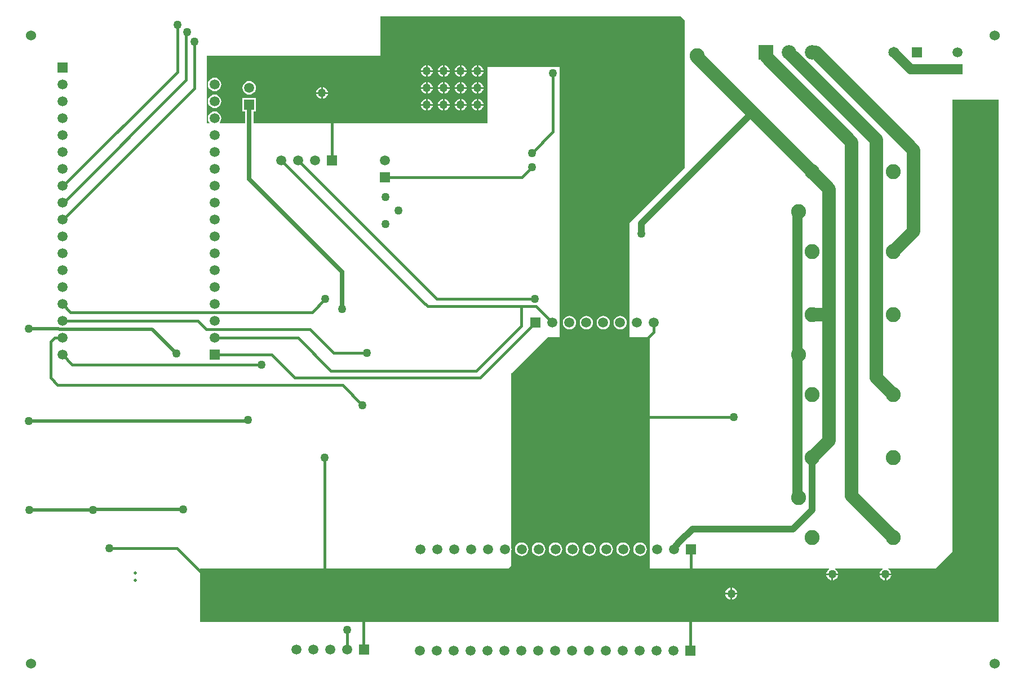
<source format=gbl>
G04*
G04 #@! TF.GenerationSoftware,Altium Limited,Altium Designer,19.1.8 (144)*
G04*
G04 Layer_Physical_Order=2*
G04 Layer_Color=16711680*
%FSTAX44Y44*%
%MOMM*%
G71*
G01*
G75*
%ADD11C,0.5000*%
%ADD13C,0.2540*%
%ADD33R,1.5000X1.5000*%
%ADD81C,0.5000*%
%ADD83C,0.3810*%
%ADD84C,1.0000*%
%ADD86C,1.5000*%
%ADD87C,0.7000*%
%ADD90R,1.6500X1.6500*%
%ADD91C,1.6500*%
%ADD92C,2.1750*%
%ADD93R,2.1750X2.1750*%
%ADD94C,1.5000*%
%ADD95R,1.5000X1.5000*%
%ADD96C,2.2500*%
%ADD97C,1.5240*%
%ADD98C,1.2700*%
%ADD99C,2.0000*%
G36*
X0102235Y010033D02*
Y0078105D01*
X009398Y006985D01*
Y0052705D01*
X00969891D01*
X00970377Y00525877D01*
X0097028Y0052578D01*
Y0047244D01*
X0097028Y0017907D01*
X01239618D01*
X01239871Y001778D01*
X01239609Y00177691D01*
X01237752Y00176266D01*
X01236327Y00174409D01*
X01235431Y00172247D01*
X01235293Y00171196D01*
X01252891D01*
X01252753Y00172247D01*
X01251857Y00174409D01*
X01250432Y00176266D01*
X01248575Y00177691D01*
X01248313Y001778D01*
X01248566Y0017907D01*
X01319628D01*
X01319881Y001778D01*
X01319619Y00177691D01*
X01317762Y00176266D01*
X01316337Y00174409D01*
X01315441Y00172247D01*
X01315302Y00171196D01*
X01332901D01*
X01332763Y00172247D01*
X01331867Y00174409D01*
X01330442Y00176266D01*
X01328585Y00177691D01*
X01328323Y001778D01*
X01328576Y0017907D01*
X01399032D01*
X01424432Y0020447D01*
Y0088392D01*
X01494282D01*
X01494282Y00098298D01*
X00294132Y00098298D01*
X00294132Y0017907D01*
X0075819D01*
X00762Y0018288D01*
Y00206096D01*
X00762221Y00207772D01*
X00762Y00209448D01*
Y0047244D01*
X00763659D01*
X00763173Y00473613D01*
X0081661Y0052705D01*
X00834644D01*
Y0093345D01*
X0072644D01*
Y0084836D01*
X00374458D01*
Y0086626D01*
X0037834D01*
Y0088634D01*
X0035826D01*
Y0086626D01*
X00362142D01*
Y0084836D01*
X00324639D01*
X00324013Y0084963D01*
X00325Y00850917D01*
X00326012Y00853359D01*
X00326357Y0085598D01*
X00326012Y00858601D01*
X00325Y00861043D01*
X00323391Y00863141D01*
X00321293Y0086475D01*
X00318851Y00865762D01*
X0031623Y00866107D01*
X00313609Y00865762D01*
X00311167Y0086475D01*
X00309069Y00863141D01*
X0030746Y00861043D01*
X00306448Y00858601D01*
X00306103Y0085598D01*
X00306448Y00853359D01*
X0030746Y00850917D01*
X00308447Y0084963D01*
X00307821Y0084836D01*
X003048D01*
Y0094996D01*
X0056515D01*
Y0100965D01*
X01016D01*
X0102235Y010033D01*
D02*
G37*
%LPC*%
G36*
X0071247Y009359D02*
Y0092837D01*
X00719999D01*
X00719861Y00929421D01*
X00718965Y00931583D01*
X0071754Y0093344D01*
X00715683Y00934865D01*
X00713521Y00935761D01*
X0071247Y009359D01*
D02*
G37*
G36*
X0070993D02*
X00708879Y00935761D01*
X00706717Y00934865D01*
X0070486Y0093344D01*
X00703435Y00931583D01*
X00702539Y00929421D01*
X00702401Y0092837D01*
X0070993D01*
Y009359D01*
D02*
G37*
G36*
X0068707D02*
Y0092837D01*
X006946D01*
X00694461Y00929421D01*
X00693565Y00931583D01*
X0069214Y0093344D01*
X00690283Y00934865D01*
X00688121Y00935761D01*
X0068707Y009359D01*
D02*
G37*
G36*
X0068453D02*
X00683479Y00935761D01*
X00681317Y00934865D01*
X0067946Y0093344D01*
X00678035Y00931583D01*
X00677139Y00929421D01*
X00677001Y0092837D01*
X0068453D01*
Y009359D01*
D02*
G37*
G36*
X0066167D02*
Y0092837D01*
X006692D01*
X00669061Y00929421D01*
X00668165Y00931583D01*
X0066674Y0093344D01*
X00664883Y00934865D01*
X00662721Y00935761D01*
X0066167Y009359D01*
D02*
G37*
G36*
X0065913D02*
X00658079Y00935761D01*
X00655917Y00934865D01*
X0065406Y0093344D01*
X00652635Y00931583D01*
X00651739Y00929421D01*
X006516Y0092837D01*
X0065913D01*
Y009359D01*
D02*
G37*
G36*
X0063627D02*
Y0092837D01*
X006438D01*
X00643661Y00929421D01*
X00642765Y00931583D01*
X0064134Y0093344D01*
X00639483Y00934865D01*
X00637321Y00935761D01*
X0063627Y009359D01*
D02*
G37*
G36*
X0063373D02*
X00632679Y00935761D01*
X00630517Y00934865D01*
X0062866Y0093344D01*
X00627235Y00931583D01*
X00626339Y00929421D01*
X006262Y0092837D01*
X0063373D01*
Y009359D01*
D02*
G37*
G36*
X00719999Y0092583D02*
X0071247D01*
Y009183D01*
X00713521Y00918439D01*
X00715683Y00919335D01*
X0071754Y0092076D01*
X00718965Y00922617D01*
X00719861Y00924779D01*
X00719999Y0092583D01*
D02*
G37*
G36*
X0070993D02*
X00702401D01*
X00702539Y00924779D01*
X00703435Y00922617D01*
X0070486Y0092076D01*
X00706717Y00919335D01*
X00708879Y00918439D01*
X0070993Y009183D01*
Y0092583D01*
D02*
G37*
G36*
X006946D02*
X0068707D01*
Y009183D01*
X00688121Y00918439D01*
X00690283Y00919335D01*
X0069214Y0092076D01*
X00693565Y00922617D01*
X00694461Y00924779D01*
X006946Y0092583D01*
D02*
G37*
G36*
X0068453D02*
X00677001D01*
X00677139Y00924779D01*
X00678035Y00922617D01*
X0067946Y0092076D01*
X00681317Y00919335D01*
X00683479Y00918439D01*
X0068453Y009183D01*
Y0092583D01*
D02*
G37*
G36*
X006692D02*
X0066167D01*
Y009183D01*
X00662721Y00918439D01*
X00664883Y00919335D01*
X0066674Y0092076D01*
X00668165Y00922617D01*
X00669061Y00924779D01*
X006692Y0092583D01*
D02*
G37*
G36*
X0065913D02*
X006516D01*
X00651739Y00924779D01*
X00652635Y00922617D01*
X0065406Y0092076D01*
X00655917Y00919335D01*
X00658079Y00918439D01*
X0065913Y009183D01*
Y0092583D01*
D02*
G37*
G36*
X006438D02*
X0063627D01*
Y009183D01*
X00637321Y00918439D01*
X00639483Y00919335D01*
X0064134Y0092076D01*
X00642765Y00922617D01*
X00643661Y00924779D01*
X006438Y0092583D01*
D02*
G37*
G36*
X0063373D02*
X006262D01*
X00626339Y00924779D01*
X00627235Y00922617D01*
X0062866Y0092076D01*
X00630517Y00919335D01*
X00632679Y00918439D01*
X0063373Y009183D01*
Y0092583D01*
D02*
G37*
G36*
X0071247Y00910499D02*
Y0090297D01*
X00719999D01*
X00719861Y00904021D01*
X00718965Y00906183D01*
X0071754Y0090804D01*
X00715683Y00909465D01*
X00713521Y00910361D01*
X0071247Y00910499D01*
D02*
G37*
G36*
X0070993D02*
X00708879Y00910361D01*
X00706717Y00909465D01*
X0070486Y0090804D01*
X00703435Y00906183D01*
X00702539Y00904021D01*
X00702401Y0090297D01*
X0070993D01*
Y00910499D01*
D02*
G37*
G36*
X0068707D02*
Y0090297D01*
X006946D01*
X00694461Y00904021D01*
X00693565Y00906183D01*
X0069214Y0090804D01*
X00690283Y00909465D01*
X00688121Y00910361D01*
X0068707Y00910499D01*
D02*
G37*
G36*
X0068453D02*
X00683479Y00910361D01*
X00681317Y00909465D01*
X0067946Y0090804D01*
X00678035Y00906183D01*
X00677139Y00904021D01*
X00677001Y0090297D01*
X0068453D01*
Y00910499D01*
D02*
G37*
G36*
X0066167D02*
Y0090297D01*
X006692D01*
X00669061Y00904021D01*
X00668165Y00906183D01*
X0066674Y0090804D01*
X00664883Y00909465D01*
X00662721Y00910361D01*
X0066167Y00910499D01*
D02*
G37*
G36*
X0065913D02*
X00658079Y00910361D01*
X00655917Y00909465D01*
X0065406Y0090804D01*
X00652635Y00906183D01*
X00651739Y00904021D01*
X006516Y0090297D01*
X0065913D01*
Y00910499D01*
D02*
G37*
G36*
X0063627D02*
Y0090297D01*
X006438D01*
X00643661Y00904021D01*
X00642765Y00906183D01*
X0064134Y0090804D01*
X00639483Y00909465D01*
X00637321Y00910361D01*
X0063627Y00910499D01*
D02*
G37*
G36*
X0063373D02*
X00632679Y00910361D01*
X00630517Y00909465D01*
X0062866Y0090804D01*
X00627235Y00906183D01*
X00626339Y00904021D01*
X006262Y0090297D01*
X0063373D01*
Y00910499D01*
D02*
G37*
G36*
X0031623Y00916907D02*
X00313609Y00916562D01*
X00311167Y0091555D01*
X00309069Y00913941D01*
X0030746Y00911843D01*
X00306448Y00909401D01*
X00306103Y0090678D01*
X00306448Y00904159D01*
X0030746Y00901717D01*
X00309069Y00899619D01*
X00311167Y0089801D01*
X00313609Y00896998D01*
X0031623Y00896653D01*
X00318851Y00896998D01*
X00321293Y0089801D01*
X00323391Y00899619D01*
X00325Y00901717D01*
X00326012Y00904159D01*
X00326357Y0090678D01*
X00326012Y00909401D01*
X00325Y00911843D01*
X00323391Y00913941D01*
X00321293Y0091555D01*
X00318851Y00916562D01*
X0031623Y00916907D01*
D02*
G37*
G36*
X0047879Y00902879D02*
Y0089535D01*
X0048632D01*
X00486181Y00896401D01*
X00485285Y00898563D01*
X0048386Y0090042D01*
X00482003Y00901845D01*
X00479841Y00902741D01*
X0047879Y00902879D01*
D02*
G37*
G36*
X0047625D02*
X00475199Y00902741D01*
X00473037Y00901845D01*
X0047118Y0090042D01*
X00469755Y00898563D01*
X00468859Y00896401D01*
X00468721Y0089535D01*
X0047625D01*
Y00902879D01*
D02*
G37*
G36*
X00719999Y0090043D02*
X0071247D01*
Y008929D01*
X00713521Y00893039D01*
X00715683Y00893935D01*
X0071754Y0089536D01*
X00718965Y00897217D01*
X00719861Y00899379D01*
X00719999Y0090043D01*
D02*
G37*
G36*
X0070993D02*
X00702401D01*
X00702539Y00899379D01*
X00703435Y00897217D01*
X0070486Y0089536D01*
X00706717Y00893935D01*
X00708879Y00893039D01*
X0070993Y008929D01*
Y0090043D01*
D02*
G37*
G36*
X006946D02*
X0068707D01*
Y008929D01*
X00688121Y00893039D01*
X00690283Y00893935D01*
X0069214Y0089536D01*
X00693565Y00897217D01*
X00694461Y00899379D01*
X006946Y0090043D01*
D02*
G37*
G36*
X0068453D02*
X00677001D01*
X00677139Y00899379D01*
X00678035Y00897217D01*
X0067946Y0089536D01*
X00681317Y00893935D01*
X00683479Y00893039D01*
X0068453Y008929D01*
Y0090043D01*
D02*
G37*
G36*
X006692D02*
X0066167D01*
Y008929D01*
X00662721Y00893039D01*
X00664883Y00893935D01*
X0066674Y0089536D01*
X00668165Y00897217D01*
X00669061Y00899379D01*
X006692Y0090043D01*
D02*
G37*
G36*
X0065913D02*
X006516D01*
X00651739Y00899379D01*
X00652635Y00897217D01*
X0065406Y0089536D01*
X00655917Y00893935D01*
X00658079Y00893039D01*
X0065913Y008929D01*
Y0090043D01*
D02*
G37*
G36*
X006438D02*
X0063627D01*
Y008929D01*
X00637321Y00893039D01*
X00639483Y00893935D01*
X0064134Y0089536D01*
X00642765Y00897217D01*
X00643661Y00899379D01*
X006438Y0090043D01*
D02*
G37*
G36*
X0063373D02*
X006262D01*
X00626339Y00899379D01*
X00627235Y00897217D01*
X0062866Y0089536D01*
X00630517Y00893935D01*
X00632679Y00893039D01*
X0063373Y008929D01*
Y0090043D01*
D02*
G37*
G36*
X003683Y00911827D02*
X00365679Y00911482D01*
X00363237Y0091047D01*
X00361139Y00908861D01*
X0035953Y00906763D01*
X00358518Y00904321D01*
X00358173Y009017D01*
X00358518Y00899079D01*
X0035953Y00896637D01*
X00361139Y00894539D01*
X00363237Y0089293D01*
X00365679Y00891918D01*
X003683Y00891573D01*
X00370921Y00891918D01*
X00373363Y0089293D01*
X00375461Y00894539D01*
X0037707Y00896637D01*
X00378082Y00899079D01*
X00378427Y009017D01*
X00378082Y00904321D01*
X0037707Y00906763D01*
X00375461Y00908861D01*
X00373363Y0091047D01*
X00370921Y00911482D01*
X003683Y00911827D01*
D02*
G37*
G36*
X0048632Y0089281D02*
X0047879D01*
Y00885281D01*
X00479841Y00885419D01*
X00482003Y00886315D01*
X0048386Y0088774D01*
X00485285Y00889597D01*
X00486181Y00891759D01*
X0048632Y0089281D01*
D02*
G37*
G36*
X0047625D02*
X00468721D01*
X00468859Y00891759D01*
X00469755Y00889597D01*
X0047118Y0088774D01*
X00473037Y00886315D01*
X00475199Y00885419D01*
X0047625Y00885281D01*
Y0089281D01*
D02*
G37*
G36*
X0071247Y00885099D02*
Y0087757D01*
X00719999D01*
X00719861Y00878621D01*
X00718965Y00880783D01*
X0071754Y0088264D01*
X00715683Y00884065D01*
X00713521Y00884961D01*
X0071247Y00885099D01*
D02*
G37*
G36*
X0070993D02*
X00708879Y00884961D01*
X00706717Y00884065D01*
X0070486Y0088264D01*
X00703435Y00880783D01*
X00702539Y00878621D01*
X00702401Y0087757D01*
X0070993D01*
Y00885099D01*
D02*
G37*
G36*
X0068707D02*
Y0087757D01*
X006946D01*
X00694461Y00878621D01*
X00693565Y00880783D01*
X0069214Y0088264D01*
X00690283Y00884065D01*
X00688121Y00884961D01*
X0068707Y00885099D01*
D02*
G37*
G36*
X0068453D02*
X00683479Y00884961D01*
X00681317Y00884065D01*
X0067946Y0088264D01*
X00678035Y00880783D01*
X00677139Y00878621D01*
X00677001Y0087757D01*
X0068453D01*
Y00885099D01*
D02*
G37*
G36*
X0066167D02*
Y0087757D01*
X006692D01*
X00669061Y00878621D01*
X00668165Y00880783D01*
X0066674Y0088264D01*
X00664883Y00884065D01*
X00662721Y00884961D01*
X0066167Y00885099D01*
D02*
G37*
G36*
X0065913D02*
X00658079Y00884961D01*
X00655917Y00884065D01*
X0065406Y0088264D01*
X00652635Y00880783D01*
X00651739Y00878621D01*
X006516Y0087757D01*
X0065913D01*
Y00885099D01*
D02*
G37*
G36*
X0063627D02*
Y0087757D01*
X006438D01*
X00643661Y00878621D01*
X00642765Y00880783D01*
X0064134Y0088264D01*
X00639483Y00884065D01*
X00637321Y00884961D01*
X0063627Y00885099D01*
D02*
G37*
G36*
X0063373D02*
X00632679Y00884961D01*
X00630517Y00884065D01*
X0062866Y0088264D01*
X00627235Y00880783D01*
X00626339Y00878621D01*
X006262Y0087757D01*
X0063373D01*
Y00885099D01*
D02*
G37*
G36*
X0031623Y00891507D02*
X00313609Y00891162D01*
X00311167Y0089015D01*
X00309069Y00888541D01*
X0030746Y00886443D01*
X00306448Y00884001D01*
X00306103Y0088138D01*
X00306448Y00878759D01*
X0030746Y00876317D01*
X00309069Y00874219D01*
X00311167Y0087261D01*
X00313609Y00871598D01*
X0031623Y00871253D01*
X00318851Y00871598D01*
X00321293Y0087261D01*
X00323391Y00874219D01*
X00325Y00876317D01*
X00326012Y00878759D01*
X00326357Y0088138D01*
X00326012Y00884001D01*
X00325Y00886443D01*
X00323391Y00888541D01*
X00321293Y0089015D01*
X00318851Y00891162D01*
X0031623Y00891507D01*
D02*
G37*
G36*
X00719999Y0087503D02*
X0071247D01*
Y00867501D01*
X00713521Y00867639D01*
X00715683Y00868535D01*
X0071754Y0086996D01*
X00718965Y00871817D01*
X00719861Y00873979D01*
X00719999Y0087503D01*
D02*
G37*
G36*
X0070993D02*
X00702401D01*
X00702539Y00873979D01*
X00703435Y00871817D01*
X0070486Y0086996D01*
X00706717Y00868535D01*
X00708879Y00867639D01*
X0070993Y00867501D01*
Y0087503D01*
D02*
G37*
G36*
X006946D02*
X0068707D01*
Y00867501D01*
X00688121Y00867639D01*
X00690283Y00868535D01*
X0069214Y0086996D01*
X00693565Y00871817D01*
X00694461Y00873979D01*
X006946Y0087503D01*
D02*
G37*
G36*
X0068453D02*
X00677001D01*
X00677139Y00873979D01*
X00678035Y00871817D01*
X0067946Y0086996D01*
X00681317Y00868535D01*
X00683479Y00867639D01*
X0068453Y00867501D01*
Y0087503D01*
D02*
G37*
G36*
X006692D02*
X0066167D01*
Y00867501D01*
X00662721Y00867639D01*
X00664883Y00868535D01*
X0066674Y0086996D01*
X00668165Y00871817D01*
X00669061Y00873979D01*
X006692Y0087503D01*
D02*
G37*
G36*
X0065913D02*
X006516D01*
X00651739Y00873979D01*
X00652635Y00871817D01*
X0065406Y0086996D01*
X00655917Y00868535D01*
X00658079Y00867639D01*
X0065913Y00867501D01*
Y0087503D01*
D02*
G37*
G36*
X006438D02*
X0063627D01*
Y00867501D01*
X00637321Y00867639D01*
X00639483Y00868535D01*
X0064134Y0086996D01*
X00642765Y00871817D01*
X00643661Y00873979D01*
X006438Y0087503D01*
D02*
G37*
G36*
X0063373D02*
X006262D01*
X00626339Y00873979D01*
X00627235Y00871817D01*
X0062866Y0086996D01*
X00630517Y00868535D01*
X00632679Y00867639D01*
X0063373Y00867501D01*
Y0087503D01*
D02*
G37*
G36*
X00925576Y00558513D02*
X00922955Y00558168D01*
X00920513Y00557156D01*
X00918415Y00555547D01*
X00916806Y00553449D01*
X00915794Y00551007D01*
X00915449Y00548386D01*
X00915794Y00545765D01*
X00916806Y00543323D01*
X00918415Y00541225D01*
X00920513Y00539616D01*
X00922955Y00538604D01*
X00925576Y00538259D01*
X00928197Y00538604D01*
X00930639Y00539616D01*
X00932737Y00541225D01*
X00934346Y00543323D01*
X00935358Y00545765D01*
X00935703Y00548386D01*
X00935358Y00551007D01*
X00934346Y00553449D01*
X00932737Y00555547D01*
X00930639Y00557156D01*
X00928197Y00558168D01*
X00925576Y00558513D01*
D02*
G37*
G36*
X00900176D02*
X00897555Y00558168D01*
X00895113Y00557156D01*
X00893015Y00555547D01*
X00891406Y00553449D01*
X00890394Y00551007D01*
X00890049Y00548386D01*
X00890394Y00545765D01*
X00891406Y00543323D01*
X00893015Y00541225D01*
X00895113Y00539616D01*
X00897555Y00538604D01*
X00900176Y00538259D01*
X00902797Y00538604D01*
X00905239Y00539616D01*
X00907337Y00541225D01*
X00908946Y00543323D01*
X00909958Y00545765D01*
X00910303Y00548386D01*
X00909958Y00551007D01*
X00908946Y00553449D01*
X00907337Y00555547D01*
X00905239Y00557156D01*
X00902797Y00558168D01*
X00900176Y00558513D01*
D02*
G37*
G36*
X00874776D02*
X00872155Y00558168D01*
X00869713Y00557156D01*
X00867615Y00555547D01*
X00866006Y00553449D01*
X00864994Y00551007D01*
X00864649Y00548386D01*
X00864994Y00545765D01*
X00866006Y00543323D01*
X00867615Y00541225D01*
X00869713Y00539616D01*
X00872155Y00538604D01*
X00874776Y00538259D01*
X00877397Y00538604D01*
X00879839Y00539616D01*
X00881937Y00541225D01*
X00883546Y00543323D01*
X00884558Y00545765D01*
X00884903Y00548386D01*
X00884558Y00551007D01*
X00883546Y00553449D01*
X00881937Y00555547D01*
X00879839Y00557156D01*
X00877397Y00558168D01*
X00874776Y00558513D01*
D02*
G37*
G36*
X00849376D02*
X00846755Y00558168D01*
X00844313Y00557156D01*
X00842215Y00555547D01*
X00840606Y00553449D01*
X00839594Y00551007D01*
X00839249Y00548386D01*
X00839594Y00545765D01*
X00840606Y00543323D01*
X00842215Y00541225D01*
X00844313Y00539616D01*
X00846755Y00538604D01*
X00849376Y00538259D01*
X00851997Y00538604D01*
X00854439Y00539616D01*
X00856537Y00541225D01*
X00858146Y00543323D01*
X00859158Y00545765D01*
X00859503Y00548386D01*
X00859158Y00551007D01*
X00858146Y00553449D01*
X00856537Y00555547D01*
X00854439Y00557156D01*
X00851997Y00558168D01*
X00849376Y00558513D01*
D02*
G37*
G36*
X00955294Y00217899D02*
X00952673Y00217554D01*
X00950231Y00216542D01*
X00948133Y00214933D01*
X00946524Y00212835D01*
X00945512Y00210393D01*
X00945167Y00207772D01*
X00945512Y00205151D01*
X00946524Y00202709D01*
X00948133Y00200611D01*
X00950231Y00199002D01*
X00952673Y0019799D01*
X00955294Y00197645D01*
X00957915Y0019799D01*
X00960357Y00199002D01*
X00962455Y00200611D01*
X00964064Y00202709D01*
X00965076Y00205151D01*
X00965421Y00207772D01*
X00965076Y00210393D01*
X00964064Y00212835D01*
X00962455Y00214933D01*
X00960357Y00216542D01*
X00957915Y00217554D01*
X00955294Y00217899D01*
D02*
G37*
G36*
X00929894D02*
X00927273Y00217554D01*
X00924831Y00216542D01*
X00922733Y00214933D01*
X00921124Y00212835D01*
X00920112Y00210393D01*
X00919767Y00207772D01*
X00920112Y00205151D01*
X00921124Y00202709D01*
X00922733Y00200611D01*
X00924831Y00199002D01*
X00927273Y0019799D01*
X00929894Y00197645D01*
X00932515Y0019799D01*
X00934957Y00199002D01*
X00937055Y00200611D01*
X00938664Y00202709D01*
X00939676Y00205151D01*
X00940021Y00207772D01*
X00939676Y00210393D01*
X00938664Y00212835D01*
X00937055Y00214933D01*
X00934957Y00216542D01*
X00932515Y00217554D01*
X00929894Y00217899D01*
D02*
G37*
G36*
X00904494D02*
X00901873Y00217554D01*
X00899431Y00216542D01*
X00897333Y00214933D01*
X00895724Y00212835D01*
X00894712Y00210393D01*
X00894367Y00207772D01*
X00894712Y00205151D01*
X00895724Y00202709D01*
X00897333Y00200611D01*
X00899431Y00199002D01*
X00901873Y0019799D01*
X00904494Y00197645D01*
X00907115Y0019799D01*
X00909557Y00199002D01*
X00911655Y00200611D01*
X00913264Y00202709D01*
X00914276Y00205151D01*
X00914621Y00207772D01*
X00914276Y00210393D01*
X00913264Y00212835D01*
X00911655Y00214933D01*
X00909557Y00216542D01*
X00907115Y00217554D01*
X00904494Y00217899D01*
D02*
G37*
G36*
X00879094D02*
X00876473Y00217554D01*
X00874031Y00216542D01*
X00871933Y00214933D01*
X00870324Y00212835D01*
X00869312Y00210393D01*
X00868967Y00207772D01*
X00869312Y00205151D01*
X00870324Y00202709D01*
X00871933Y00200611D01*
X00874031Y00199002D01*
X00876473Y0019799D01*
X00879094Y00197645D01*
X00881715Y0019799D01*
X00884157Y00199002D01*
X00886255Y00200611D01*
X00887864Y00202709D01*
X00888876Y00205151D01*
X00889221Y00207772D01*
X00888876Y00210393D01*
X00887864Y00212835D01*
X00886255Y00214933D01*
X00884157Y00216542D01*
X00881715Y00217554D01*
X00879094Y00217899D01*
D02*
G37*
G36*
X00853694D02*
X00851073Y00217554D01*
X00848631Y00216542D01*
X00846533Y00214933D01*
X00844924Y00212835D01*
X00843912Y00210393D01*
X00843567Y00207772D01*
X00843912Y00205151D01*
X00844924Y00202709D01*
X00846533Y00200611D01*
X00848631Y00199002D01*
X00851073Y0019799D01*
X00853694Y00197645D01*
X00856315Y0019799D01*
X00858757Y00199002D01*
X00860855Y00200611D01*
X00862464Y00202709D01*
X00863476Y00205151D01*
X00863821Y00207772D01*
X00863476Y00210393D01*
X00862464Y00212835D01*
X00860855Y00214933D01*
X00858757Y00216542D01*
X00856315Y00217554D01*
X00853694Y00217899D01*
D02*
G37*
G36*
X00828294D02*
X00825673Y00217554D01*
X00823231Y00216542D01*
X00821133Y00214933D01*
X00819524Y00212835D01*
X00818512Y00210393D01*
X00818167Y00207772D01*
X00818512Y00205151D01*
X00819524Y00202709D01*
X00821133Y00200611D01*
X00823231Y00199002D01*
X00825673Y0019799D01*
X00828294Y00197645D01*
X00830915Y0019799D01*
X00833357Y00199002D01*
X00835455Y00200611D01*
X00837064Y00202709D01*
X00838076Y00205151D01*
X00838421Y00207772D01*
X00838076Y00210393D01*
X00837064Y00212835D01*
X00835455Y00214933D01*
X00833357Y00216542D01*
X00830915Y00217554D01*
X00828294Y00217899D01*
D02*
G37*
G36*
X00802894D02*
X00800273Y00217554D01*
X00797831Y00216542D01*
X00795733Y00214933D01*
X00794124Y00212835D01*
X00793112Y00210393D01*
X00792767Y00207772D01*
X00793112Y00205151D01*
X00794124Y00202709D01*
X00795733Y00200611D01*
X00797831Y00199002D01*
X00800273Y0019799D01*
X00802894Y00197645D01*
X00805515Y0019799D01*
X00807957Y00199002D01*
X00810055Y00200611D01*
X00811664Y00202709D01*
X00812676Y00205151D01*
X00813021Y00207772D01*
X00812676Y00210393D01*
X00811664Y00212835D01*
X00810055Y00214933D01*
X00807957Y00216542D01*
X00805515Y00217554D01*
X00802894Y00217899D01*
D02*
G37*
G36*
X00777494D02*
X00774873Y00217554D01*
X00772431Y00216542D01*
X00770333Y00214933D01*
X00768724Y00212835D01*
X00767712Y00210393D01*
X00767367Y00207772D01*
X00767712Y00205151D01*
X00768724Y00202709D01*
X00770333Y00200611D01*
X00772431Y00199002D01*
X00774873Y0019799D01*
X00777494Y00197645D01*
X00780115Y0019799D01*
X00782557Y00199002D01*
X00784655Y00200611D01*
X00786264Y00202709D01*
X00787276Y00205151D01*
X00787621Y00207772D01*
X00787276Y00210393D01*
X00786264Y00212835D01*
X00784655Y00214933D01*
X00782557Y00216542D01*
X00780115Y00217554D01*
X00777494Y00217899D01*
D02*
G37*
G36*
X01332901Y00168656D02*
X01325372D01*
Y00161126D01*
X01326423Y00161265D01*
X01328585Y00162161D01*
X01330442Y00163586D01*
X01331867Y00165443D01*
X01332763Y00167605D01*
X01332901Y00168656D01*
D02*
G37*
G36*
X01322832D02*
X01315302D01*
X01315441Y00167605D01*
X01316337Y00165443D01*
X01317762Y00163586D01*
X01319619Y00162161D01*
X01321781Y00161265D01*
X01322832Y00161126D01*
Y00168656D01*
D02*
G37*
G36*
X01252891D02*
X01245362D01*
Y00161126D01*
X01246413Y00161265D01*
X01248575Y00162161D01*
X01250432Y00163586D01*
X01251857Y00165443D01*
X01252753Y00167605D01*
X01252891Y00168656D01*
D02*
G37*
G36*
X01242822D02*
X01235293D01*
X01235431Y00167605D01*
X01236327Y00165443D01*
X01237752Y00163586D01*
X01239609Y00162161D01*
X01241771Y00161265D01*
X01242822Y00161126D01*
Y00168656D01*
D02*
G37*
G36*
X01093724Y00149769D02*
Y0014224D01*
X01101254D01*
X01101115Y00143291D01*
X01100219Y00145453D01*
X01098794Y0014731D01*
X01096937Y00148735D01*
X01094775Y00149631D01*
X01093724Y00149769D01*
D02*
G37*
G36*
X01091184D02*
X01090133Y00149631D01*
X01087971Y00148735D01*
X01086114Y0014731D01*
X01084689Y00145453D01*
X01083793Y00143291D01*
X01083654Y0014224D01*
X01091184D01*
Y00149769D01*
D02*
G37*
G36*
X01101254Y001397D02*
X01093724D01*
Y0013217D01*
X01094775Y00132309D01*
X01096937Y00133205D01*
X01098794Y0013463D01*
X01100219Y00136487D01*
X01101115Y00138649D01*
X01101254Y001397D01*
D02*
G37*
G36*
X01091184D02*
X01083654D01*
X01083793Y00138649D01*
X01084689Y00136487D01*
X01086114Y0013463D01*
X01087971Y00133205D01*
X01090133Y00132309D01*
X01091184Y0013217D01*
Y001397D01*
D02*
G37*
%LPD*%
D11*
X01123973Y00864385D02*
X01124735D01*
X0013462Y0026797D02*
X00135382Y00267208D01*
X00365303Y00400609D02*
X00366776Y00402082D01*
X00360048Y00400609D02*
X00365303D01*
X00359997Y00400558D02*
X00360048Y00400609D01*
X0003683Y00400558D02*
X00359997D01*
X010414Y0094772D02*
Y0094996D01*
X00222344Y0053864D02*
X0025908Y00501904D01*
X00082436Y0053864D02*
X00222344D01*
X00082088Y00538988D02*
X00082436Y0053864D01*
X0003683Y00538988D02*
X00082088D01*
X00135382Y00267208D02*
X00268986D01*
X0013335Y002667D02*
X0013462Y0026797D01*
X000381Y002667D02*
X0013335D01*
D13*
X0133096Y0065532D02*
X0133612D01*
D33*
X0031623Y0050038D02*
D03*
X0008763Y0093218D02*
D03*
X003683Y008763D02*
D03*
X0143256Y00929894D02*
D03*
X00572516Y00767334D02*
D03*
D81*
X0019726Y0017174D02*
D03*
Y0016074D02*
D03*
D83*
X0077724Y00573024D02*
X0079915D01*
X0063627D02*
X0077724D01*
Y00543814D02*
Y00573024D01*
X00709422Y00475996D02*
X0077724Y00543814D01*
X00491236Y00475996D02*
X00709422D01*
X00515112Y00061557D02*
Y00085979D01*
X00792734Y00803402D02*
X00824738Y00835406D01*
Y00923544D01*
X00089154Y0072898D02*
X00273558Y00913384D01*
X00273635Y00983565D02*
X00275336Y00985266D01*
X00273635Y00978666D02*
Y00983565D01*
X00273558Y00978589D02*
X00273635Y00978666D01*
X00273558Y00913384D02*
Y00978589D01*
X01030986Y00146558D02*
X01031494Y00147066D01*
Y00207772D01*
X0103124Y00055372D02*
Y00142748D01*
X01030986Y00143002D02*
X0103124Y00142748D01*
X00926592Y004064D02*
X01096518D01*
X00572516Y00767334D02*
X00778002D01*
X00792734Y00782066D01*
X00462534Y00564134D02*
X004826Y005842D01*
Y005842D01*
X0065024D02*
X0079756D01*
X0044196Y0079248D02*
X0065024Y005842D01*
X0063246Y0057658D02*
X00632714D01*
X0041656Y0079248D02*
X0063246Y0057658D01*
X00632714D02*
X0063627Y00573024D01*
X00100076Y00564134D02*
X00462534D01*
X0049276Y0079248D02*
Y0087376D01*
X0086868Y0042672D02*
X00976376Y00534416D01*
Y00548386D01*
X0030353Y00538734D02*
X00459232D01*
X00494792Y00503174D02*
X00545084D01*
X00459232Y00538734D02*
X00494792Y00503174D01*
X0008763Y0055118D02*
X00291084D01*
X0030353Y00538734D01*
X00508254Y0045466D02*
X0053848Y00424434D01*
X0006985Y00465328D02*
X00080518Y0045466D01*
X00508254D01*
X0043688Y00465328D02*
X0071533D01*
X00401828Y0050038D02*
X0043688Y00465328D01*
X0071533D02*
X00798388Y00548386D01*
X00441452Y0052578D02*
X00491236Y00475996D01*
X0006985Y00465328D02*
Y00519684D01*
X00539042Y0015006D02*
X00539442Y0014966D01*
X00334518Y0014097D02*
X00336924D01*
X00340226Y00144272D01*
X0053721D01*
X00539442Y00146504D01*
Y0014966D01*
X00539042Y0015006D02*
Y00153216D01*
X00260096Y00209296D02*
X00328422Y0014097D01*
X00334518D01*
X00481584Y00149098D02*
X00482346Y00148336D01*
X00481584Y00149098D02*
Y00345186D01*
X00158242Y00209296D02*
X00260096D01*
X0006985Y00519684D02*
X00075946Y0052578D01*
X000889Y0075438D02*
X0026035Y0092583D01*
Y0099695D01*
X0028575Y00900684D02*
Y0097155D01*
X00088646Y0070358D02*
X0028575Y00900684D01*
X0008763Y0088138D02*
X00089408Y00883158D01*
X0053975Y0005715D02*
Y0010795D01*
Y0005715D02*
X00540512Y00056388D01*
X00515112Y00061557D02*
X00516171Y00060498D01*
X0008763Y0050038D02*
X00102616Y00485394D01*
X00386334D01*
X0079915Y00573024D02*
X00823788Y00548386D01*
X0008763Y0075438D02*
X000889D01*
X0008763Y0072898D02*
X00089154D01*
X0008763Y0070358D02*
X00088646D01*
X0008763Y0057658D02*
X00100076Y00564134D01*
X0031623Y0052578D02*
X00441452D01*
X0031623Y0050038D02*
X00401828D01*
X00075946Y0052578D02*
X0008763D01*
D84*
X00957277Y00697689D02*
X01123973Y00864385D01*
X0121318Y007747D02*
X012138Y0077532D01*
X00957277Y00682293D02*
X00957326Y00682244D01*
X00957277Y00682293D02*
Y00697689D01*
X010153Y00219243D02*
Y00219243D01*
X01006094Y00207772D02*
Y00209125D01*
X01008594Y00211625D01*
Y00212537D01*
X010153Y00219243D01*
Y00219243D02*
X01034055Y00237998D01*
X0118491D01*
X012138Y00266888D02*
Y0034544D01*
X0118491Y00237998D02*
X012138Y00266888D01*
D86*
X013366Y0095504D02*
X01361746Y00929894D01*
X0143256D01*
X01192365Y00501815D02*
X011938Y0050038D01*
X01192365Y00501815D02*
Y00507118D01*
X01191768Y00507715D02*
X01192365Y00507118D01*
X01191768Y00507715D02*
Y00711258D01*
X011938Y0071329D02*
Y0071532D01*
X01191768Y00711258D02*
X011938Y0071329D01*
X01191768Y00292775D02*
Y00496319D01*
X01192365Y00286875D02*
X011938Y0028544D01*
X01192365Y00286875D02*
Y00292178D01*
X01191768Y00292775D02*
X01192365Y00292178D01*
X01191768Y00496319D02*
X011938Y0049835D01*
D87*
X003683Y0076454D02*
Y008763D01*
Y0076454D02*
X00508Y0062484D01*
Y0056896D02*
Y0062484D01*
D90*
X013716Y0095504D02*
D03*
D91*
X013366D02*
D03*
D92*
X0121412D02*
D03*
X0117912D02*
D03*
D93*
X0114412D02*
D03*
D94*
X01006094Y00207772D02*
D03*
X00980694D02*
D03*
X00955294D02*
D03*
X00929894D02*
D03*
X00904494D02*
D03*
X00879094D02*
D03*
X00853694D02*
D03*
X00828294D02*
D03*
X00802894D02*
D03*
X00777494D02*
D03*
X00752094D02*
D03*
X00726694D02*
D03*
X00701294D02*
D03*
X00675894D02*
D03*
X00650494D02*
D03*
X00625094D02*
D03*
X00823976Y00548386D02*
D03*
X00849376D02*
D03*
X00874776D02*
D03*
X00900176D02*
D03*
X00925576D02*
D03*
X00950976D02*
D03*
X00976376D02*
D03*
X0031623Y0052578D02*
D03*
Y0055118D02*
D03*
Y0057658D02*
D03*
Y0060198D02*
D03*
Y0062738D02*
D03*
Y0065278D02*
D03*
Y0067818D02*
D03*
Y0070358D02*
D03*
Y0072898D02*
D03*
Y0075438D02*
D03*
Y0077978D02*
D03*
Y0080518D02*
D03*
Y0083058D02*
D03*
Y0085598D02*
D03*
Y0088138D02*
D03*
Y0090678D02*
D03*
Y0093218D02*
D03*
X0008763Y0090678D02*
D03*
Y0088138D02*
D03*
Y0085598D02*
D03*
Y0083058D02*
D03*
Y0080518D02*
D03*
Y0077978D02*
D03*
Y0075438D02*
D03*
Y0072898D02*
D03*
Y0070358D02*
D03*
Y0067818D02*
D03*
Y0065278D02*
D03*
Y0062738D02*
D03*
Y0060198D02*
D03*
Y0057658D02*
D03*
Y0055118D02*
D03*
Y0052578D02*
D03*
Y0050038D02*
D03*
X0041656Y0079248D02*
D03*
X0044196D02*
D03*
X0046736D02*
D03*
X00438912Y00056388D02*
D03*
X00464312D02*
D03*
X00489712D02*
D03*
X00515112D02*
D03*
X003683Y009017D02*
D03*
X0143256Y00955294D02*
D03*
X00572516Y00792734D02*
D03*
X0100584Y00055372D02*
D03*
X0098044D02*
D03*
X0095504D02*
D03*
X0092964D02*
D03*
X0090424D02*
D03*
X0087884D02*
D03*
X0085344D02*
D03*
X0082804D02*
D03*
X0080264D02*
D03*
X0077724D02*
D03*
X0075184D02*
D03*
X0072644D02*
D03*
X0070104D02*
D03*
X0067564D02*
D03*
X0065024D02*
D03*
X0062484D02*
D03*
D95*
X01031494Y00207772D02*
D03*
X00798576Y00548386D02*
D03*
X0049276Y0079248D02*
D03*
X00540512Y00056388D02*
D03*
X0103124Y00055372D02*
D03*
D96*
X011938Y0071532D02*
D03*
X012138Y0065532D02*
D03*
X013358D02*
D03*
Y0077532D02*
D03*
X012138D02*
D03*
X011938Y0028544D02*
D03*
X012138Y0022544D02*
D03*
X013358D02*
D03*
Y0034544D02*
D03*
X012138D02*
D03*
X011938Y0050038D02*
D03*
X012138Y0044038D02*
D03*
X013358D02*
D03*
Y0056038D02*
D03*
X012138D02*
D03*
X010414Y0094996D02*
D03*
D97*
X0004064Y0098044D02*
D03*
Y0003556D02*
D03*
X0148844D02*
D03*
Y0098044D02*
D03*
D98*
X00515112Y00085979D02*
D03*
X00824738Y00923544D02*
D03*
X00957326Y00682244D02*
D03*
X01244092Y00169926D02*
D03*
X01324102D02*
D03*
X00275336Y00985266D02*
D03*
X01092454Y0014097D02*
D03*
X00592328Y00717296D02*
D03*
X00573024Y00696722D02*
D03*
Y0073787D02*
D03*
X0003683Y00400558D02*
D03*
X00366776Y00402082D02*
D03*
X00508Y0056896D02*
D03*
X01096518Y004064D02*
D03*
X00792734Y00782066D02*
D03*
Y00803402D02*
D03*
X004826Y005842D02*
D03*
X0047752Y0089408D02*
D03*
X0079248Y00427355D02*
D03*
X00545084Y00503174D02*
D03*
X0003683Y00538988D02*
D03*
X0025908Y00501904D02*
D03*
X00334518Y0014097D02*
D03*
X00481584Y00345186D02*
D03*
X00268986Y00267208D02*
D03*
X00158242Y00209296D02*
D03*
X000381Y002667D02*
D03*
X0013335D02*
D03*
X0026035Y0099695D02*
D03*
X0028575Y0097155D02*
D03*
X00635Y008763D02*
D03*
X006604D02*
D03*
X006858D02*
D03*
X007112D02*
D03*
Y009017D02*
D03*
X006858D02*
D03*
X006604D02*
D03*
X00635D02*
D03*
Y009271D02*
D03*
X006604D02*
D03*
X006858D02*
D03*
X007112D02*
D03*
X00386334Y00485394D02*
D03*
X0079756Y005842D02*
D03*
X0053848Y00424434D02*
D03*
D99*
X01124735Y00864385D02*
X012138Y0077532D01*
X010414Y0094772D02*
X01124735Y00864385D01*
X0123952Y0037116D02*
Y0056038D01*
X012138D02*
X0123952D01*
Y007496D01*
X012138Y0034544D02*
X0123952Y0037116D01*
X012138Y0077532D02*
X0123952Y007496D01*
X01273302Y00287938D02*
Y00819658D01*
Y00287938D02*
X013358Y0022544D01*
X01144995Y00947965D02*
X01273302Y00819658D01*
X01179995Y00953605D02*
X01310132Y00823468D01*
Y00466048D02*
X013358Y0044038D01*
X01310132Y00466048D02*
Y00823468D01*
X01219535Y00954705D02*
X0136652Y0080772D01*
X01214455Y00954705D02*
X01219535D01*
X0136652Y0068572D02*
Y0080772D01*
X0121412Y0095504D02*
X01214455Y00954705D01*
X0117912Y00954566D02*
Y0095504D01*
Y00954566D02*
X01179995Y00953691D01*
Y00953605D02*
Y00953691D01*
X0114412Y0095504D02*
X01144995Y00954165D01*
Y00947965D02*
Y00954165D01*
X0133612Y0065532D02*
X0136652Y0068572D01*
M02*

</source>
